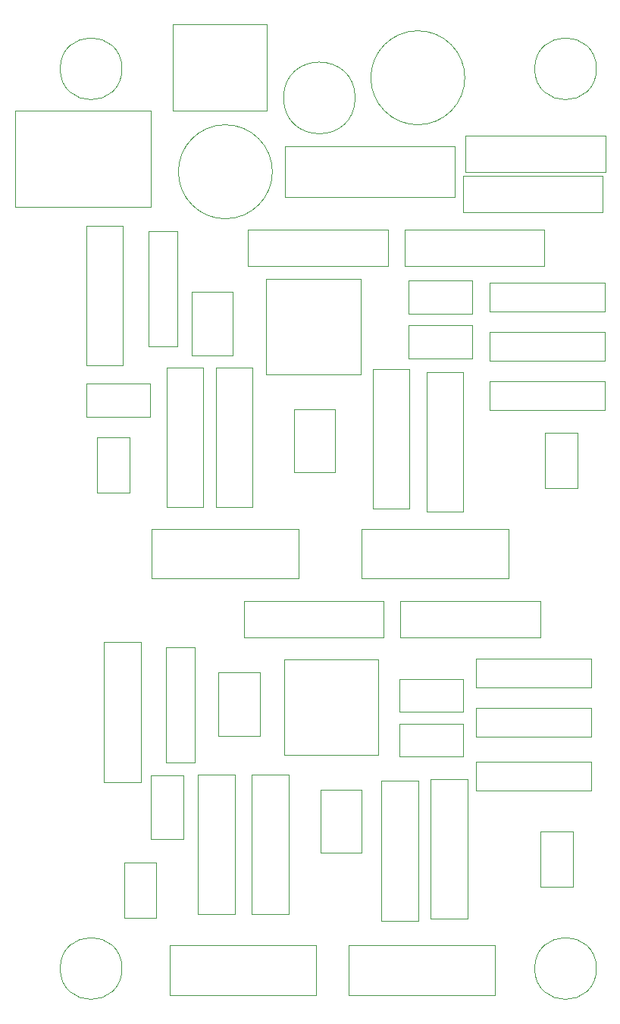
<source format=gbr>
%TF.GenerationSoftware,KiCad,Pcbnew,5.1.7-a382d34a8~88~ubuntu20.04.1*%
%TF.CreationDate,2021-03-10T12:52:40+00:00*%
%TF.ProjectId,spike_n_hold,7370696b-655f-46e5-9f68-6f6c642e6b69,rev?*%
%TF.SameCoordinates,Original*%
%TF.FileFunction,Other,User*%
%FSLAX46Y46*%
G04 Gerber Fmt 4.6, Leading zero omitted, Abs format (unit mm)*
G04 Created by KiCad (PCBNEW 5.1.7-a382d34a8~88~ubuntu20.04.1) date 2021-03-10 12:52:40*
%MOMM*%
%LPD*%
G01*
G04 APERTURE LIST*
%ADD10C,0.050000*%
G04 APERTURE END LIST*
D10*
%TO.C,H3*%
X165450000Y-37500000D02*
G75*
G03*
X165450000Y-37500000I-3450000J0D01*
G01*
%TO.C,D4*%
X118600000Y-68510000D02*
X118600000Y-55650000D01*
X115400000Y-68510000D02*
X118600000Y-68510000D01*
X115400000Y-55650000D02*
X115400000Y-68510000D01*
X118600000Y-55650000D02*
X115400000Y-55650000D01*
%TO.C,C1*%
X119350000Y-123550000D02*
X119350000Y-116450000D01*
X115650000Y-123550000D02*
X119350000Y-123550000D01*
X115650000Y-116450000D02*
X115650000Y-123550000D01*
X119350000Y-116450000D02*
X115650000Y-116450000D01*
%TO.C,C2*%
X115550000Y-72650000D02*
X108450000Y-72650000D01*
X115550000Y-76350000D02*
X115550000Y-72650000D01*
X108450000Y-76350000D02*
X115550000Y-76350000D01*
X108450000Y-72650000D02*
X108450000Y-76350000D01*
%TO.C,C3*%
X150550000Y-114350000D02*
X150550000Y-110650000D01*
X150550000Y-110650000D02*
X143450000Y-110650000D01*
X143450000Y-110650000D02*
X143450000Y-114350000D01*
X143450000Y-114350000D02*
X150550000Y-114350000D01*
%TO.C,C4*%
X151550000Y-69850000D02*
X151550000Y-66150000D01*
X151550000Y-66150000D02*
X144450000Y-66150000D01*
X144450000Y-66150000D02*
X144450000Y-69850000D01*
X144450000Y-69850000D02*
X151550000Y-69850000D01*
%TO.C,C5*%
X150550000Y-105650000D02*
X143450000Y-105650000D01*
X150550000Y-109350000D02*
X150550000Y-105650000D01*
X143450000Y-109350000D02*
X150550000Y-109350000D01*
X143450000Y-105650000D02*
X143450000Y-109350000D01*
%TO.C,C6*%
X144450000Y-61150000D02*
X144450000Y-64850000D01*
X144450000Y-64850000D02*
X151550000Y-64850000D01*
X151550000Y-64850000D02*
X151550000Y-61150000D01*
X151550000Y-61150000D02*
X144450000Y-61150000D01*
%TO.C,C11*%
X129250000Y-49000000D02*
G75*
G03*
X129250000Y-49000000I-5250000J0D01*
G01*
%TO.C,C15*%
X150750000Y-38500000D02*
G75*
G03*
X150750000Y-38500000I-5250000J0D01*
G01*
%TO.C,D1*%
X164850000Y-106600000D02*
X164850000Y-103400000D01*
X164850000Y-103400000D02*
X151990000Y-103400000D01*
X151990000Y-103400000D02*
X151990000Y-106600000D01*
X151990000Y-106600000D02*
X164850000Y-106600000D01*
%TO.C,D2*%
X153490000Y-64600000D02*
X166350000Y-64600000D01*
X153490000Y-61400000D02*
X153490000Y-64600000D01*
X166350000Y-61400000D02*
X153490000Y-61400000D01*
X166350000Y-64600000D02*
X166350000Y-61400000D01*
%TO.C,D3*%
X120600000Y-102150000D02*
X117400000Y-102150000D01*
X117400000Y-102150000D02*
X117400000Y-115010000D01*
X117400000Y-115010000D02*
X120600000Y-115010000D01*
X120600000Y-115010000D02*
X120600000Y-102150000D01*
%TO.C,D5*%
X164850000Y-112100000D02*
X164850000Y-108900000D01*
X164850000Y-108900000D02*
X151990000Y-108900000D01*
X151990000Y-108900000D02*
X151990000Y-112100000D01*
X151990000Y-112100000D02*
X164850000Y-112100000D01*
%TO.C,D6*%
X166350000Y-70100000D02*
X166350000Y-66900000D01*
X166350000Y-66900000D02*
X153490000Y-66900000D01*
X153490000Y-66900000D02*
X153490000Y-70100000D01*
X153490000Y-70100000D02*
X166350000Y-70100000D01*
%TO.C,D7*%
X151990000Y-118100000D02*
X164850000Y-118100000D01*
X151990000Y-114900000D02*
X151990000Y-118100000D01*
X164850000Y-114900000D02*
X151990000Y-114900000D01*
X164850000Y-118100000D02*
X164850000Y-114900000D01*
%TO.C,D8*%
X166350000Y-75600000D02*
X166350000Y-72400000D01*
X166350000Y-72400000D02*
X153490000Y-72400000D01*
X153490000Y-72400000D02*
X153490000Y-75600000D01*
X153490000Y-75600000D02*
X166350000Y-75600000D01*
%TO.C,D17*%
X149590000Y-46150000D02*
X130650000Y-46150000D01*
X149590000Y-51850000D02*
X149590000Y-46150000D01*
X130650000Y-51850000D02*
X149590000Y-51850000D01*
X130650000Y-46150000D02*
X130650000Y-51850000D01*
%TO.C,J1*%
X116300000Y-126200000D02*
X112700000Y-126200000D01*
X116300000Y-132350000D02*
X116300000Y-126200000D01*
X112700000Y-132350000D02*
X116300000Y-132350000D01*
X112700000Y-126200000D02*
X112700000Y-132350000D01*
%TO.C,J2*%
X113300000Y-78700000D02*
X109700000Y-78700000D01*
X113300000Y-84850000D02*
X113300000Y-78700000D01*
X109700000Y-84850000D02*
X113300000Y-84850000D01*
X109700000Y-78700000D02*
X109700000Y-84850000D01*
%TO.C,J3*%
X162800000Y-122700000D02*
X159200000Y-122700000D01*
X162800000Y-128850000D02*
X162800000Y-122700000D01*
X159200000Y-128850000D02*
X162800000Y-128850000D01*
X159200000Y-122700000D02*
X159200000Y-128850000D01*
%TO.C,J4*%
X159700000Y-78200000D02*
X159700000Y-84350000D01*
X159700000Y-84350000D02*
X163300000Y-84350000D01*
X163300000Y-84350000D02*
X163300000Y-78200000D01*
X163300000Y-78200000D02*
X159700000Y-78200000D01*
%TO.C,J9*%
X100500000Y-52900000D02*
X100500000Y-42200000D01*
X100500000Y-52900000D02*
X115700000Y-52900000D01*
X100500000Y-42200000D02*
X115700000Y-42200000D01*
X115700000Y-52900000D02*
X115700000Y-42200000D01*
%TO.C,L1*%
X138500000Y-40750000D02*
G75*
G03*
X138500000Y-40750000I-4000000J0D01*
G01*
%TO.C,Q1*%
X137750000Y-135410000D02*
X137750000Y-140950000D01*
X137750000Y-140950000D02*
X154150000Y-140950000D01*
X154150000Y-140950000D02*
X154150000Y-135410000D01*
X154150000Y-135410000D02*
X137750000Y-135410000D01*
%TO.C,Q2*%
X155650000Y-88910000D02*
X139250000Y-88910000D01*
X155650000Y-94450000D02*
X155650000Y-88910000D01*
X139250000Y-94450000D02*
X155650000Y-94450000D01*
X139250000Y-88910000D02*
X139250000Y-94450000D01*
%TO.C,Q7*%
X117750000Y-135410000D02*
X117750000Y-140950000D01*
X117750000Y-140950000D02*
X134150000Y-140950000D01*
X134150000Y-140950000D02*
X134150000Y-135410000D01*
X134150000Y-135410000D02*
X117750000Y-135410000D01*
%TO.C,Q8*%
X115750000Y-88910000D02*
X115750000Y-94450000D01*
X115750000Y-94450000D02*
X132150000Y-94450000D01*
X132150000Y-94450000D02*
X132150000Y-88910000D01*
X132150000Y-88910000D02*
X115750000Y-88910000D01*
%TO.C,R1*%
X146950000Y-116850000D02*
X146950000Y-132450000D01*
X151050000Y-116850000D02*
X146950000Y-116850000D01*
X151050000Y-132450000D02*
X151050000Y-116850000D01*
X146950000Y-132450000D02*
X151050000Y-132450000D01*
%TO.C,R2*%
X146450000Y-86950000D02*
X150550000Y-86950000D01*
X150550000Y-86950000D02*
X150550000Y-71350000D01*
X150550000Y-71350000D02*
X146450000Y-71350000D01*
X146450000Y-71350000D02*
X146450000Y-86950000D01*
%TO.C,R3*%
X145550000Y-117050000D02*
X141450000Y-117050000D01*
X141450000Y-117050000D02*
X141450000Y-132650000D01*
X141450000Y-132650000D02*
X145550000Y-132650000D01*
X145550000Y-132650000D02*
X145550000Y-117050000D01*
%TO.C,R4*%
X144550000Y-86650000D02*
X144550000Y-71050000D01*
X140450000Y-86650000D02*
X144550000Y-86650000D01*
X140450000Y-71050000D02*
X140450000Y-86650000D01*
X144550000Y-71050000D02*
X140450000Y-71050000D01*
%TO.C,R5*%
X114550000Y-101550000D02*
X110450000Y-101550000D01*
X110450000Y-101550000D02*
X110450000Y-117150000D01*
X110450000Y-117150000D02*
X114550000Y-117150000D01*
X114550000Y-117150000D02*
X114550000Y-101550000D01*
%TO.C,R6*%
X112550000Y-70650000D02*
X112550000Y-55050000D01*
X108450000Y-70650000D02*
X112550000Y-70650000D01*
X108450000Y-55050000D02*
X108450000Y-70650000D01*
X112550000Y-55050000D02*
X108450000Y-55050000D01*
%TO.C,R7*%
X126950000Y-131950000D02*
X131050000Y-131950000D01*
X131050000Y-131950000D02*
X131050000Y-116350000D01*
X131050000Y-116350000D02*
X126950000Y-116350000D01*
X126950000Y-116350000D02*
X126950000Y-131950000D01*
%TO.C,R8*%
X122950000Y-70850000D02*
X122950000Y-86450000D01*
X127050000Y-70850000D02*
X122950000Y-70850000D01*
X127050000Y-86450000D02*
X127050000Y-70850000D01*
X122950000Y-86450000D02*
X127050000Y-86450000D01*
%TO.C,R9*%
X141650000Y-96950000D02*
X126050000Y-96950000D01*
X141650000Y-101050000D02*
X141650000Y-96950000D01*
X126050000Y-101050000D02*
X141650000Y-101050000D01*
X126050000Y-96950000D02*
X126050000Y-101050000D01*
%TO.C,R10*%
X126550000Y-55450000D02*
X126550000Y-59550000D01*
X126550000Y-59550000D02*
X142150000Y-59550000D01*
X142150000Y-59550000D02*
X142150000Y-55450000D01*
X142150000Y-55450000D02*
X126550000Y-55450000D01*
%TO.C,R11*%
X120950000Y-116350000D02*
X120950000Y-131950000D01*
X125050000Y-116350000D02*
X120950000Y-116350000D01*
X125050000Y-131950000D02*
X125050000Y-116350000D01*
X120950000Y-131950000D02*
X125050000Y-131950000D01*
%TO.C,R12*%
X117450000Y-86450000D02*
X121550000Y-86450000D01*
X121550000Y-86450000D02*
X121550000Y-70850000D01*
X121550000Y-70850000D02*
X117450000Y-70850000D01*
X117450000Y-70850000D02*
X117450000Y-86450000D01*
%TO.C,R13*%
X143550000Y-96950000D02*
X143550000Y-101050000D01*
X143550000Y-101050000D02*
X159150000Y-101050000D01*
X159150000Y-101050000D02*
X159150000Y-96950000D01*
X159150000Y-96950000D02*
X143550000Y-96950000D01*
%TO.C,R14*%
X159650000Y-55450000D02*
X144050000Y-55450000D01*
X159650000Y-59550000D02*
X159650000Y-55450000D01*
X144050000Y-59550000D02*
X159650000Y-59550000D01*
X144050000Y-55450000D02*
X144050000Y-59550000D01*
%TO.C,U1*%
X141100000Y-103450000D02*
X130550000Y-103450000D01*
X141100000Y-114150000D02*
X141100000Y-103450000D01*
X130550000Y-114150000D02*
X141100000Y-114150000D01*
X130550000Y-103450000D02*
X130550000Y-114150000D01*
%TO.C,U2*%
X139100000Y-60950000D02*
X128550000Y-60950000D01*
X139100000Y-71650000D02*
X139100000Y-60950000D01*
X128550000Y-71650000D02*
X139100000Y-71650000D01*
X128550000Y-60950000D02*
X128550000Y-71650000D01*
%TO.C,Q3*%
X127850000Y-104900000D02*
X127850000Y-112000000D01*
X127850000Y-104900000D02*
X123250000Y-104900000D01*
X123250000Y-112000000D02*
X127850000Y-112000000D01*
X123250000Y-112000000D02*
X123250000Y-104900000D01*
%TO.C,Q4*%
X120250000Y-69500000D02*
X120250000Y-62400000D01*
X120250000Y-69500000D02*
X124850000Y-69500000D01*
X124850000Y-62400000D02*
X120250000Y-62400000D01*
X124850000Y-62400000D02*
X124850000Y-69500000D01*
%TO.C,Q5*%
X139250000Y-118000000D02*
X139250000Y-125100000D01*
X139250000Y-118000000D02*
X134650000Y-118000000D01*
X134650000Y-125100000D02*
X139250000Y-125100000D01*
X134650000Y-125100000D02*
X134650000Y-118000000D01*
%TO.C,Q6*%
X136250000Y-75500000D02*
X136250000Y-82600000D01*
X136250000Y-75500000D02*
X131650000Y-75500000D01*
X131650000Y-82600000D02*
X136250000Y-82600000D01*
X131650000Y-82600000D02*
X131650000Y-75500000D01*
%TO.C,R15*%
X166450000Y-49050000D02*
X166450000Y-44950000D01*
X166450000Y-44950000D02*
X150850000Y-44950000D01*
X150850000Y-44950000D02*
X150850000Y-49050000D01*
X150850000Y-49050000D02*
X166450000Y-49050000D01*
%TO.C,R16*%
X166150000Y-49450000D02*
X150550000Y-49450000D01*
X166150000Y-53550000D02*
X166150000Y-49450000D01*
X150550000Y-53550000D02*
X166150000Y-53550000D01*
X150550000Y-49450000D02*
X150550000Y-53550000D01*
%TO.C,U5*%
X128650000Y-32550000D02*
X118150000Y-32550000D01*
X128650000Y-42150000D02*
X128650000Y-32550000D01*
X118150000Y-42150000D02*
X128650000Y-42150000D01*
X118150000Y-32550000D02*
X118150000Y-42150000D01*
%TO.C,H1*%
X112450000Y-37500000D02*
G75*
G03*
X112450000Y-37500000I-3450000J0D01*
G01*
%TO.C,H2*%
X112450000Y-138000000D02*
G75*
G03*
X112450000Y-138000000I-3450000J0D01*
G01*
%TO.C,H4*%
X165450000Y-138000000D02*
G75*
G03*
X165450000Y-138000000I-3450000J0D01*
G01*
%TD*%
M02*

</source>
